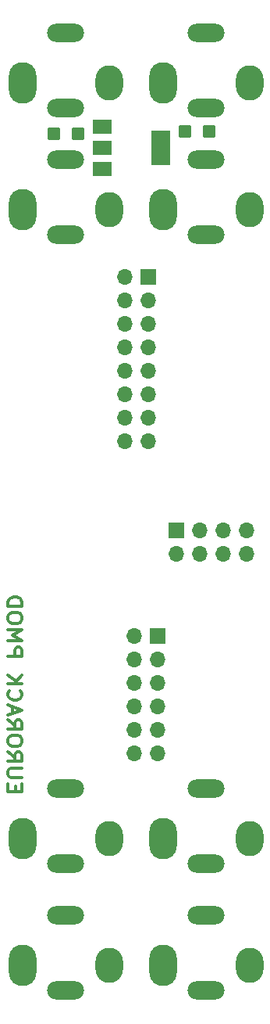
<source format=gbr>
%TF.GenerationSoftware,KiCad,Pcbnew,(6.0.5)*%
%TF.CreationDate,2022-06-21T23:16:54+02:00*%
%TF.ProjectId,eurorack-pmod-pcb,6575726f-7261-4636-9b2d-706d6f642d70,rev?*%
%TF.SameCoordinates,Original*%
%TF.FileFunction,Soldermask,Bot*%
%TF.FilePolarity,Negative*%
%FSLAX46Y46*%
G04 Gerber Fmt 4.6, Leading zero omitted, Abs format (unit mm)*
G04 Created by KiCad (PCBNEW (6.0.5)) date 2022-06-21 23:16:54*
%MOMM*%
%LPD*%
G01*
G04 APERTURE LIST*
G04 Aperture macros list*
%AMRoundRect*
0 Rectangle with rounded corners*
0 $1 Rounding radius*
0 $2 $3 $4 $5 $6 $7 $8 $9 X,Y pos of 4 corners*
0 Add a 4 corners polygon primitive as box body*
4,1,4,$2,$3,$4,$5,$6,$7,$8,$9,$2,$3,0*
0 Add four circle primitives for the rounded corners*
1,1,$1+$1,$2,$3*
1,1,$1+$1,$4,$5*
1,1,$1+$1,$6,$7*
1,1,$1+$1,$8,$9*
0 Add four rect primitives between the rounded corners*
20,1,$1+$1,$2,$3,$4,$5,0*
20,1,$1+$1,$4,$5,$6,$7,0*
20,1,$1+$1,$6,$7,$8,$9,0*
20,1,$1+$1,$8,$9,$2,$3,0*%
G04 Aperture macros list end*
%ADD10C,0.375000*%
%ADD11O,3.000000X4.500000*%
%ADD12O,3.000000X3.800000*%
%ADD13O,4.000000X2.000000*%
%ADD14R,2.000000X1.500000*%
%ADD15R,2.000000X3.800000*%
%ADD16R,1.700000X1.700000*%
%ADD17O,1.700000X1.700000*%
%ADD18RoundRect,0.250000X0.450000X0.425000X-0.450000X0.425000X-0.450000X-0.425000X0.450000X-0.425000X0*%
%ADD19RoundRect,0.250000X-0.450000X-0.425000X0.450000X-0.425000X0.450000X0.425000X-0.450000X0.425000X0*%
G04 APERTURE END LIST*
D10*
X1631142Y-84397333D02*
X1631142Y-83830666D01*
X845428Y-83587809D02*
X845428Y-84397333D01*
X2345428Y-84397333D01*
X2345428Y-83587809D01*
X2345428Y-82859238D02*
X1131142Y-82859238D01*
X988285Y-82778285D01*
X916857Y-82697333D01*
X845428Y-82535428D01*
X845428Y-82211619D01*
X916857Y-82049714D01*
X988285Y-81968761D01*
X1131142Y-81887809D01*
X2345428Y-81887809D01*
X845428Y-80106857D02*
X1559714Y-80673523D01*
X845428Y-81078285D02*
X2345428Y-81078285D01*
X2345428Y-80430666D01*
X2273999Y-80268761D01*
X2202571Y-80187809D01*
X2059714Y-80106857D01*
X1845428Y-80106857D01*
X1702571Y-80187809D01*
X1631142Y-80268761D01*
X1559714Y-80430666D01*
X1559714Y-81078285D01*
X2345428Y-79054476D02*
X2345428Y-78730666D01*
X2273999Y-78568761D01*
X2131142Y-78406857D01*
X1845428Y-78325904D01*
X1345428Y-78325904D01*
X1059714Y-78406857D01*
X916857Y-78568761D01*
X845428Y-78730666D01*
X845428Y-79054476D01*
X916857Y-79216380D01*
X1059714Y-79378285D01*
X1345428Y-79459238D01*
X1845428Y-79459238D01*
X2131142Y-79378285D01*
X2273999Y-79216380D01*
X2345428Y-79054476D01*
X845428Y-76625904D02*
X1559714Y-77192571D01*
X845428Y-77597333D02*
X2345428Y-77597333D01*
X2345428Y-76949714D01*
X2273999Y-76787809D01*
X2202571Y-76706857D01*
X2059714Y-76625904D01*
X1845428Y-76625904D01*
X1702571Y-76706857D01*
X1631142Y-76787809D01*
X1559714Y-76949714D01*
X1559714Y-77597333D01*
X1273999Y-75978285D02*
X1273999Y-75168761D01*
X845428Y-76140190D02*
X2345428Y-75573523D01*
X845428Y-75006857D01*
X988285Y-73468761D02*
X916857Y-73549714D01*
X845428Y-73792571D01*
X845428Y-73954476D01*
X916857Y-74197333D01*
X1059714Y-74359238D01*
X1202571Y-74440190D01*
X1488285Y-74521142D01*
X1702571Y-74521142D01*
X1988285Y-74440190D01*
X2131142Y-74359238D01*
X2274000Y-74197333D01*
X2345428Y-73954476D01*
X2345428Y-73792571D01*
X2274000Y-73549714D01*
X2202571Y-73468761D01*
X845428Y-72740190D02*
X2345428Y-72740190D01*
X845428Y-71768761D02*
X1702571Y-72497333D01*
X2345428Y-71768761D02*
X1488285Y-72740190D01*
X845428Y-69744952D02*
X2345428Y-69744952D01*
X2345428Y-69097333D01*
X2274000Y-68935428D01*
X2202571Y-68854476D01*
X2059714Y-68773523D01*
X1845428Y-68773523D01*
X1702571Y-68854476D01*
X1631142Y-68935428D01*
X1559714Y-69097333D01*
X1559714Y-69744952D01*
X845428Y-68044952D02*
X2345428Y-68044952D01*
X1274000Y-67478285D01*
X2345428Y-66911619D01*
X845428Y-66911619D01*
X2345428Y-65778285D02*
X2345428Y-65454476D01*
X2274000Y-65292571D01*
X2131142Y-65130666D01*
X1845428Y-65049714D01*
X1345428Y-65049714D01*
X1059714Y-65130666D01*
X916857Y-65292571D01*
X845428Y-65454476D01*
X845428Y-65778285D01*
X916857Y-65940190D01*
X1059714Y-66102095D01*
X1345428Y-66183047D01*
X1845428Y-66183047D01*
X2131142Y-66102095D01*
X2274000Y-65940190D01*
X2345428Y-65778285D01*
X845428Y-64321142D02*
X2345428Y-64321142D01*
X2345428Y-63916380D01*
X2274000Y-63673523D01*
X2131142Y-63511619D01*
X1988285Y-63430666D01*
X1702571Y-63349714D01*
X1488285Y-63349714D01*
X1202571Y-63430666D01*
X1059714Y-63511619D01*
X916857Y-63673523D01*
X845428Y-63916380D01*
X845428Y-64321142D01*
D11*
%TO.C,J6*%
X2412000Y-21428000D03*
D12*
X11812000Y-21428000D03*
D13*
X7112000Y-16028000D03*
X7112000Y-24128000D03*
%TD*%
D12*
%TO.C,J4*%
X27052000Y-21428000D03*
D11*
X17652000Y-21428000D03*
D13*
X22352000Y-16028000D03*
X22352000Y-24128000D03*
%TD*%
D12*
%TO.C,J11*%
X27052000Y-103216000D03*
D11*
X17652000Y-103216000D03*
D13*
X22352000Y-97816000D03*
X22352000Y-105916000D03*
%TD*%
D11*
%TO.C,J9*%
X2412000Y-103216000D03*
D12*
X11812000Y-103216000D03*
D13*
X7112000Y-97816000D03*
X7112000Y-105916000D03*
%TD*%
D11*
%TO.C,J10*%
X17652000Y-89500000D03*
D12*
X27052000Y-89500000D03*
D13*
X22352000Y-84100000D03*
X22352000Y-92200000D03*
%TD*%
D11*
%TO.C,J8*%
X2412000Y-89500000D03*
D12*
X11812000Y-89500000D03*
D13*
X7112000Y-84100000D03*
X7112000Y-92200000D03*
%TD*%
D12*
%TO.C,J5*%
X27052000Y-7712000D03*
D11*
X17652000Y-7712000D03*
D13*
X22352000Y-2312000D03*
X22352000Y-10412000D03*
%TD*%
D12*
%TO.C,J7*%
X11812000Y-7712000D03*
D11*
X2412000Y-7712000D03*
D13*
X7112000Y-2312000D03*
X7112000Y-10412000D03*
%TD*%
D14*
%TO.C,U1*%
X11074000Y-17032000D03*
D15*
X17374000Y-14732000D03*
D14*
X11074000Y-14732000D03*
X11074000Y-12432000D03*
%TD*%
D16*
%TO.C,J3*%
X16007000Y-28717000D03*
D17*
X13467000Y-28717000D03*
X16007000Y-31257000D03*
X13467000Y-31257000D03*
X16007000Y-33797000D03*
X13467000Y-33797000D03*
X16007000Y-36337000D03*
X13467000Y-36337000D03*
X16007000Y-38877000D03*
X13467000Y-38877000D03*
X16007000Y-41417000D03*
X13467000Y-41417000D03*
X16007000Y-43957000D03*
X13467000Y-43957000D03*
X16007000Y-46497000D03*
X13467000Y-46497000D03*
%TD*%
D18*
%TO.C,C1*%
X8462000Y-13208000D03*
X5762000Y-13208000D03*
%TD*%
D16*
%TO.C,J1*%
X19060000Y-56129000D03*
D17*
X19060000Y-58669000D03*
X21600000Y-56129000D03*
X21600000Y-58669000D03*
X24140000Y-56129000D03*
X24140000Y-58669000D03*
X26680000Y-56129000D03*
X26680000Y-58669000D03*
%TD*%
D16*
%TO.C,J2*%
X17023000Y-67564000D03*
D17*
X14483000Y-67564000D03*
X17023000Y-70104000D03*
X14483000Y-70104000D03*
X17023000Y-72644000D03*
X14483000Y-72644000D03*
X17023000Y-75184000D03*
X14483000Y-75184000D03*
X17023000Y-77724000D03*
X14483000Y-77724000D03*
X17023000Y-80264000D03*
X14483000Y-80264000D03*
%TD*%
D19*
%TO.C,C2*%
X19986000Y-12954000D03*
X22686000Y-12954000D03*
%TD*%
M02*

</source>
